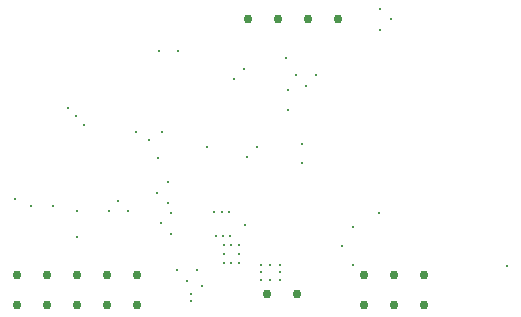
<source format=gbr>
%TF.GenerationSoftware,Altium Limited,Altium Designer,20.1.8 (145)*%
G04 Layer_Color=0*
%FSLAX45Y45*%
%MOMM*%
%TF.SameCoordinates,2300FDCC-ED38-457A-842E-A9769F27D6F2*%
%TF.FilePolarity,Positive*%
%TF.FileFunction,Plated,1,4,PTH,Drill*%
%TF.Part,Single*%
G01*
G75*
%TA.AperFunction,ComponentDrill*%
%ADD53C,0.76200*%
%ADD54C,0.75000*%
%TA.AperFunction,ViaDrill,NotFilled*%
%ADD55C,0.30000*%
D53*
X3170000Y130000D02*
D03*
X3424000Y130000D02*
D03*
X3678000Y130000D02*
D03*
Y384000D02*
D03*
X3424000Y384000D02*
D03*
X3170000Y384000D02*
D03*
X1246000Y130000D02*
D03*
X992000D02*
D03*
X738000D02*
D03*
X484000D02*
D03*
X230000D02*
D03*
Y384000D02*
D03*
X484000D02*
D03*
X738000D02*
D03*
X992000D02*
D03*
X1246000D02*
D03*
X2188000Y2550000D02*
D03*
X2442000D02*
D03*
X2696000D02*
D03*
X2950000D02*
D03*
D54*
X2604000Y223520D02*
D03*
X2350000D02*
D03*
D55*
X3305120Y2459360D02*
D03*
X3393440Y2550000D02*
D03*
X3305120Y2636520D02*
D03*
X1965000Y914400D02*
D03*
X2027220D02*
D03*
X1425068Y1373783D02*
D03*
X1900480Y914400D02*
D03*
X1913180Y713740D02*
D03*
X1975160D02*
D03*
X2037380D02*
D03*
X4379320Y460259D02*
D03*
X1456857Y1595000D02*
D03*
X1345000Y1529080D02*
D03*
X1234440Y1595000D02*
D03*
X2179102Y1384978D02*
D03*
X2764436Y2074440D02*
D03*
X2506604Y2217020D02*
D03*
X3295243Y906780D02*
D03*
X2295516Y467780D02*
D03*
Y342900D02*
D03*
Y405800D02*
D03*
X2453640Y342900D02*
D03*
X2374000D02*
D03*
X2453640Y467780D02*
D03*
X2106546Y560001D02*
D03*
Y482540D02*
D03*
Y637093D02*
D03*
X1982780Y637540D02*
D03*
Y482540D02*
D03*
Y560001D02*
D03*
X737500Y928362D02*
D03*
X2265581Y1469756D02*
D03*
X737500Y706120D02*
D03*
X1597660Y2283840D02*
D03*
X1430020D02*
D03*
X2070000Y2042160D02*
D03*
X2156460Y2125980D02*
D03*
X2676016Y1982400D02*
D03*
X2589850Y2073904D02*
D03*
X3078580Y469900D02*
D03*
X2981960Y629040D02*
D03*
X3078580Y787400D02*
D03*
X1506220Y1168400D02*
D03*
Y993140D02*
D03*
X1414780Y1079500D02*
D03*
X1447800Y820420D02*
D03*
X1536700Y906780D02*
D03*
Y731520D02*
D03*
X1090000Y1008380D02*
D03*
X1173480Y921820D02*
D03*
X1005840D02*
D03*
X212060Y1023620D02*
D03*
X1704574Y226508D02*
D03*
X1794092Y286820D02*
D03*
X1705482Y167144D02*
D03*
X2453640Y405800D02*
D03*
X2374000Y467780D02*
D03*
X1670000Y330001D02*
D03*
X1582420Y425001D02*
D03*
X1757680D02*
D03*
X2045000Y482540D02*
D03*
Y637540D02*
D03*
X1836524Y1469926D02*
D03*
X2524200Y1947491D02*
D03*
X2640216Y1334924D02*
D03*
Y1492081D02*
D03*
X663710Y1794125D02*
D03*
X731433Y1727939D02*
D03*
X795020Y1656080D02*
D03*
X2524200Y1777280D02*
D03*
X2164080Y809840D02*
D03*
X347500Y966462D02*
D03*
X536945D02*
D03*
%TF.MD5,827b2330b74e4fed43006fe8195b68ec*%
M02*

</source>
